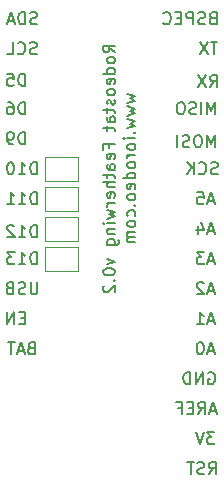
<source format=gbr>
G04 #@! TF.GenerationSoftware,KiCad,Pcbnew,5.0.2-bee76a0~70~ubuntu18.04.1*
G04 #@! TF.CreationDate,2020-04-01T17:28:38-07:00*
G04 #@! TF.ProjectId,potentiostat_featherwing,706f7465-6e74-4696-9f73-7461745f6665,rev?*
G04 #@! TF.SameCoordinates,Original*
G04 #@! TF.FileFunction,Legend,Bot*
G04 #@! TF.FilePolarity,Positive*
%FSLAX46Y46*%
G04 Gerber Fmt 4.6, Leading zero omitted, Abs format (unit mm)*
G04 Created by KiCad (PCBNEW 5.0.2-bee76a0~70~ubuntu18.04.1) date Wed 01 Apr 2020 05:28:38 PM PDT*
%MOMM*%
%LPD*%
G01*
G04 APERTURE LIST*
%ADD10C,0.203200*%
%ADD11C,0.120000*%
G04 APERTURE END LIST*
D10*
X51031019Y-34604476D02*
X50547209Y-34265809D01*
X51031019Y-34023904D02*
X50015019Y-34023904D01*
X50015019Y-34410952D01*
X50063400Y-34507714D01*
X50111780Y-34556095D01*
X50208542Y-34604476D01*
X50353685Y-34604476D01*
X50450447Y-34556095D01*
X50498828Y-34507714D01*
X50547209Y-34410952D01*
X50547209Y-34023904D01*
X51031019Y-35185047D02*
X50982638Y-35088285D01*
X50934257Y-35039904D01*
X50837495Y-34991523D01*
X50547209Y-34991523D01*
X50450447Y-35039904D01*
X50402066Y-35088285D01*
X50353685Y-35185047D01*
X50353685Y-35330190D01*
X50402066Y-35426952D01*
X50450447Y-35475333D01*
X50547209Y-35523714D01*
X50837495Y-35523714D01*
X50934257Y-35475333D01*
X50982638Y-35426952D01*
X51031019Y-35330190D01*
X51031019Y-35185047D01*
X51031019Y-36394571D02*
X50015019Y-36394571D01*
X50982638Y-36394571D02*
X51031019Y-36297809D01*
X51031019Y-36104285D01*
X50982638Y-36007523D01*
X50934257Y-35959142D01*
X50837495Y-35910761D01*
X50547209Y-35910761D01*
X50450447Y-35959142D01*
X50402066Y-36007523D01*
X50353685Y-36104285D01*
X50353685Y-36297809D01*
X50402066Y-36394571D01*
X50982638Y-37265428D02*
X51031019Y-37168666D01*
X51031019Y-36975142D01*
X50982638Y-36878380D01*
X50885876Y-36830000D01*
X50498828Y-36830000D01*
X50402066Y-36878380D01*
X50353685Y-36975142D01*
X50353685Y-37168666D01*
X50402066Y-37265428D01*
X50498828Y-37313809D01*
X50595590Y-37313809D01*
X50692352Y-36830000D01*
X51031019Y-37894380D02*
X50982638Y-37797619D01*
X50934257Y-37749238D01*
X50837495Y-37700857D01*
X50547209Y-37700857D01*
X50450447Y-37749238D01*
X50402066Y-37797619D01*
X50353685Y-37894380D01*
X50353685Y-38039523D01*
X50402066Y-38136285D01*
X50450447Y-38184666D01*
X50547209Y-38233047D01*
X50837495Y-38233047D01*
X50934257Y-38184666D01*
X50982638Y-38136285D01*
X51031019Y-38039523D01*
X51031019Y-37894380D01*
X50982638Y-38620095D02*
X51031019Y-38716857D01*
X51031019Y-38910380D01*
X50982638Y-39007142D01*
X50885876Y-39055523D01*
X50837495Y-39055523D01*
X50740733Y-39007142D01*
X50692352Y-38910380D01*
X50692352Y-38765238D01*
X50643971Y-38668476D01*
X50547209Y-38620095D01*
X50498828Y-38620095D01*
X50402066Y-38668476D01*
X50353685Y-38765238D01*
X50353685Y-38910380D01*
X50402066Y-39007142D01*
X50353685Y-39345809D02*
X50353685Y-39732857D01*
X50015019Y-39490952D02*
X50885876Y-39490952D01*
X50982638Y-39539333D01*
X51031019Y-39636095D01*
X51031019Y-39732857D01*
X51031019Y-40506952D02*
X50498828Y-40506952D01*
X50402066Y-40458571D01*
X50353685Y-40361809D01*
X50353685Y-40168285D01*
X50402066Y-40071523D01*
X50982638Y-40506952D02*
X51031019Y-40410190D01*
X51031019Y-40168285D01*
X50982638Y-40071523D01*
X50885876Y-40023142D01*
X50789114Y-40023142D01*
X50692352Y-40071523D01*
X50643971Y-40168285D01*
X50643971Y-40410190D01*
X50595590Y-40506952D01*
X50353685Y-40845619D02*
X50353685Y-41232666D01*
X50015019Y-40990761D02*
X50885876Y-40990761D01*
X50982638Y-41039142D01*
X51031019Y-41135904D01*
X51031019Y-41232666D01*
X50498828Y-42684095D02*
X50498828Y-42345428D01*
X51031019Y-42345428D02*
X50015019Y-42345428D01*
X50015019Y-42829238D01*
X50982638Y-43603333D02*
X51031019Y-43506571D01*
X51031019Y-43313047D01*
X50982638Y-43216285D01*
X50885876Y-43167904D01*
X50498828Y-43167904D01*
X50402066Y-43216285D01*
X50353685Y-43313047D01*
X50353685Y-43506571D01*
X50402066Y-43603333D01*
X50498828Y-43651714D01*
X50595590Y-43651714D01*
X50692352Y-43167904D01*
X51031019Y-44522571D02*
X50498828Y-44522571D01*
X50402066Y-44474190D01*
X50353685Y-44377428D01*
X50353685Y-44183904D01*
X50402066Y-44087142D01*
X50982638Y-44522571D02*
X51031019Y-44425809D01*
X51031019Y-44183904D01*
X50982638Y-44087142D01*
X50885876Y-44038761D01*
X50789114Y-44038761D01*
X50692352Y-44087142D01*
X50643971Y-44183904D01*
X50643971Y-44425809D01*
X50595590Y-44522571D01*
X50353685Y-44861238D02*
X50353685Y-45248285D01*
X50015019Y-45006380D02*
X50885876Y-45006380D01*
X50982638Y-45054761D01*
X51031019Y-45151523D01*
X51031019Y-45248285D01*
X51031019Y-45586952D02*
X50015019Y-45586952D01*
X51031019Y-46022380D02*
X50498828Y-46022380D01*
X50402066Y-45974000D01*
X50353685Y-45877238D01*
X50353685Y-45732095D01*
X50402066Y-45635333D01*
X50450447Y-45586952D01*
X50982638Y-46893238D02*
X51031019Y-46796476D01*
X51031019Y-46602952D01*
X50982638Y-46506190D01*
X50885876Y-46457809D01*
X50498828Y-46457809D01*
X50402066Y-46506190D01*
X50353685Y-46602952D01*
X50353685Y-46796476D01*
X50402066Y-46893238D01*
X50498828Y-46941619D01*
X50595590Y-46941619D01*
X50692352Y-46457809D01*
X51031019Y-47377047D02*
X50353685Y-47377047D01*
X50547209Y-47377047D02*
X50450447Y-47425428D01*
X50402066Y-47473809D01*
X50353685Y-47570571D01*
X50353685Y-47667333D01*
X50353685Y-47909238D02*
X51031019Y-48102761D01*
X50547209Y-48296285D01*
X51031019Y-48489809D01*
X50353685Y-48683333D01*
X51031019Y-49070380D02*
X50353685Y-49070380D01*
X50015019Y-49070380D02*
X50063400Y-49022000D01*
X50111780Y-49070380D01*
X50063400Y-49118761D01*
X50015019Y-49070380D01*
X50111780Y-49070380D01*
X50353685Y-49554190D02*
X51031019Y-49554190D01*
X50450447Y-49554190D02*
X50402066Y-49602571D01*
X50353685Y-49699333D01*
X50353685Y-49844476D01*
X50402066Y-49941238D01*
X50498828Y-49989619D01*
X51031019Y-49989619D01*
X50353685Y-50908857D02*
X51176161Y-50908857D01*
X51272923Y-50860476D01*
X51321304Y-50812095D01*
X51369685Y-50715333D01*
X51369685Y-50570190D01*
X51321304Y-50473428D01*
X50982638Y-50908857D02*
X51031019Y-50812095D01*
X51031019Y-50618571D01*
X50982638Y-50521809D01*
X50934257Y-50473428D01*
X50837495Y-50425047D01*
X50547209Y-50425047D01*
X50450447Y-50473428D01*
X50402066Y-50521809D01*
X50353685Y-50618571D01*
X50353685Y-50812095D01*
X50402066Y-50908857D01*
X50353685Y-52070000D02*
X51031019Y-52311904D01*
X50353685Y-52553809D01*
X50015019Y-53134380D02*
X50015019Y-53231142D01*
X50063400Y-53327904D01*
X50111780Y-53376285D01*
X50208542Y-53424666D01*
X50402066Y-53473047D01*
X50643971Y-53473047D01*
X50837495Y-53424666D01*
X50934257Y-53376285D01*
X50982638Y-53327904D01*
X51031019Y-53231142D01*
X51031019Y-53134380D01*
X50982638Y-53037619D01*
X50934257Y-52989238D01*
X50837495Y-52940857D01*
X50643971Y-52892476D01*
X50402066Y-52892476D01*
X50208542Y-52940857D01*
X50111780Y-52989238D01*
X50063400Y-53037619D01*
X50015019Y-53134380D01*
X50934257Y-53908476D02*
X50982638Y-53956857D01*
X51031019Y-53908476D01*
X50982638Y-53860095D01*
X50934257Y-53908476D01*
X51031019Y-53908476D01*
X50111780Y-54343904D02*
X50063400Y-54392285D01*
X50015019Y-54489047D01*
X50015019Y-54730952D01*
X50063400Y-54827714D01*
X50111780Y-54876095D01*
X50208542Y-54924476D01*
X50305304Y-54924476D01*
X50450447Y-54876095D01*
X51031019Y-54295523D01*
X51031019Y-54924476D01*
X52080885Y-38112095D02*
X52758219Y-38305619D01*
X52274409Y-38499142D01*
X52758219Y-38692666D01*
X52080885Y-38886190D01*
X52080885Y-39176476D02*
X52758219Y-39370000D01*
X52274409Y-39563523D01*
X52758219Y-39757047D01*
X52080885Y-39950571D01*
X52080885Y-40240857D02*
X52758219Y-40434380D01*
X52274409Y-40627904D01*
X52758219Y-40821428D01*
X52080885Y-41014952D01*
X52661457Y-41401999D02*
X52709838Y-41450380D01*
X52758219Y-41401999D01*
X52709838Y-41353619D01*
X52661457Y-41401999D01*
X52758219Y-41401999D01*
X52758219Y-41885809D02*
X52080885Y-41885809D01*
X51742219Y-41885809D02*
X51790600Y-41837428D01*
X51838980Y-41885809D01*
X51790600Y-41934190D01*
X51742219Y-41885809D01*
X51838980Y-41885809D01*
X52758219Y-42514761D02*
X52709838Y-42418000D01*
X52661457Y-42369619D01*
X52564695Y-42321238D01*
X52274409Y-42321238D01*
X52177647Y-42369619D01*
X52129266Y-42418000D01*
X52080885Y-42514761D01*
X52080885Y-42659904D01*
X52129266Y-42756666D01*
X52177647Y-42805047D01*
X52274409Y-42853428D01*
X52564695Y-42853428D01*
X52661457Y-42805047D01*
X52709838Y-42756666D01*
X52758219Y-42659904D01*
X52758219Y-42514761D01*
X52758219Y-43288857D02*
X52080885Y-43288857D01*
X52274409Y-43288857D02*
X52177647Y-43337238D01*
X52129266Y-43385619D01*
X52080885Y-43482380D01*
X52080885Y-43579142D01*
X52758219Y-44062952D02*
X52709838Y-43966190D01*
X52661457Y-43917809D01*
X52564695Y-43869428D01*
X52274409Y-43869428D01*
X52177647Y-43917809D01*
X52129266Y-43966190D01*
X52080885Y-44062952D01*
X52080885Y-44208095D01*
X52129266Y-44304857D01*
X52177647Y-44353238D01*
X52274409Y-44401619D01*
X52564695Y-44401619D01*
X52661457Y-44353238D01*
X52709838Y-44304857D01*
X52758219Y-44208095D01*
X52758219Y-44062952D01*
X52758219Y-45272476D02*
X51742219Y-45272476D01*
X52709838Y-45272476D02*
X52758219Y-45175714D01*
X52758219Y-44982190D01*
X52709838Y-44885428D01*
X52661457Y-44837047D01*
X52564695Y-44788666D01*
X52274409Y-44788666D01*
X52177647Y-44837047D01*
X52129266Y-44885428D01*
X52080885Y-44982190D01*
X52080885Y-45175714D01*
X52129266Y-45272476D01*
X52709838Y-46143333D02*
X52758219Y-46046571D01*
X52758219Y-45853047D01*
X52709838Y-45756285D01*
X52613076Y-45707904D01*
X52226028Y-45707904D01*
X52129266Y-45756285D01*
X52080885Y-45853047D01*
X52080885Y-46046571D01*
X52129266Y-46143333D01*
X52226028Y-46191714D01*
X52322790Y-46191714D01*
X52419552Y-45707904D01*
X52758219Y-46772285D02*
X52709838Y-46675523D01*
X52661457Y-46627142D01*
X52564695Y-46578761D01*
X52274409Y-46578761D01*
X52177647Y-46627142D01*
X52129266Y-46675523D01*
X52080885Y-46772285D01*
X52080885Y-46917428D01*
X52129266Y-47014190D01*
X52177647Y-47062571D01*
X52274409Y-47110952D01*
X52564695Y-47110952D01*
X52661457Y-47062571D01*
X52709838Y-47014190D01*
X52758219Y-46917428D01*
X52758219Y-46772285D01*
X52661457Y-47546380D02*
X52709838Y-47594761D01*
X52758219Y-47546380D01*
X52709838Y-47497999D01*
X52661457Y-47546380D01*
X52758219Y-47546380D01*
X52709838Y-48465619D02*
X52758219Y-48368857D01*
X52758219Y-48175333D01*
X52709838Y-48078571D01*
X52661457Y-48030190D01*
X52564695Y-47981809D01*
X52274409Y-47981809D01*
X52177647Y-48030190D01*
X52129266Y-48078571D01*
X52080885Y-48175333D01*
X52080885Y-48368857D01*
X52129266Y-48465619D01*
X52758219Y-49046190D02*
X52709838Y-48949428D01*
X52661457Y-48901047D01*
X52564695Y-48852666D01*
X52274409Y-48852666D01*
X52177647Y-48901047D01*
X52129266Y-48949428D01*
X52080885Y-49046190D01*
X52080885Y-49191333D01*
X52129266Y-49288095D01*
X52177647Y-49336476D01*
X52274409Y-49384857D01*
X52564695Y-49384857D01*
X52661457Y-49336476D01*
X52709838Y-49288095D01*
X52758219Y-49191333D01*
X52758219Y-49046190D01*
X52758219Y-49820285D02*
X52080885Y-49820285D01*
X52177647Y-49820285D02*
X52129266Y-49868666D01*
X52080885Y-49965428D01*
X52080885Y-50110571D01*
X52129266Y-50207333D01*
X52226028Y-50255714D01*
X52758219Y-50255714D01*
X52226028Y-50255714D02*
X52129266Y-50304095D01*
X52080885Y-50400857D01*
X52080885Y-50545999D01*
X52129266Y-50642761D01*
X52226028Y-50691142D01*
X52758219Y-50691142D01*
D11*
G04 #@! TO.C,JP1*
X47882000Y-53070000D02*
X47882000Y-51070000D01*
X45082000Y-53070000D02*
X47882000Y-53070000D01*
X45082000Y-51070000D02*
X45082000Y-53070000D01*
X47882000Y-51070000D02*
X45082000Y-51070000D01*
G04 #@! TO.C,JP2*
X47882000Y-48530000D02*
X45082000Y-48530000D01*
X45082000Y-48530000D02*
X45082000Y-50530000D01*
X45082000Y-50530000D02*
X47882000Y-50530000D01*
X47882000Y-50530000D02*
X47882000Y-48530000D01*
G04 #@! TO.C,JP3*
X47882000Y-47990000D02*
X47882000Y-45990000D01*
X45082000Y-47990000D02*
X47882000Y-47990000D01*
X45082000Y-45990000D02*
X45082000Y-47990000D01*
X47882000Y-45990000D02*
X45082000Y-45990000D01*
G04 #@! TO.C,JP4*
X47882000Y-45450000D02*
X47882000Y-43450000D01*
X45082000Y-45450000D02*
X47882000Y-45450000D01*
X45082000Y-43450000D02*
X45082000Y-45450000D01*
X47882000Y-43450000D02*
X45082000Y-43450000D01*
G04 #@! TO.C,U1*
D10*
X58976380Y-70309619D02*
X59315047Y-69825809D01*
X59556952Y-70309619D02*
X59556952Y-69293619D01*
X59169904Y-69293619D01*
X59073142Y-69342000D01*
X59024761Y-69390380D01*
X58976380Y-69487142D01*
X58976380Y-69632285D01*
X59024761Y-69729047D01*
X59073142Y-69777428D01*
X59169904Y-69825809D01*
X59556952Y-69825809D01*
X58589333Y-70261238D02*
X58444190Y-70309619D01*
X58202285Y-70309619D01*
X58105523Y-70261238D01*
X58057142Y-70212857D01*
X58008761Y-70116095D01*
X58008761Y-70019333D01*
X58057142Y-69922571D01*
X58105523Y-69874190D01*
X58202285Y-69825809D01*
X58395809Y-69777428D01*
X58492571Y-69729047D01*
X58540952Y-69680666D01*
X58589333Y-69583904D01*
X58589333Y-69487142D01*
X58540952Y-69390380D01*
X58492571Y-69342000D01*
X58395809Y-69293619D01*
X58153904Y-69293619D01*
X58008761Y-69342000D01*
X57718476Y-69293619D02*
X57137904Y-69293619D01*
X57428190Y-70309619D02*
X57428190Y-69293619D01*
X59448095Y-66753619D02*
X58819142Y-66753619D01*
X59157809Y-67140666D01*
X59012666Y-67140666D01*
X58915904Y-67189047D01*
X58867523Y-67237428D01*
X58819142Y-67334190D01*
X58819142Y-67576095D01*
X58867523Y-67672857D01*
X58915904Y-67721238D01*
X59012666Y-67769619D01*
X59302952Y-67769619D01*
X59399714Y-67721238D01*
X59448095Y-67672857D01*
X58528857Y-66753619D02*
X58190190Y-67769619D01*
X57851523Y-66753619D01*
X59556952Y-64939333D02*
X59073142Y-64939333D01*
X59653714Y-65229619D02*
X59315047Y-64213619D01*
X58976380Y-65229619D01*
X58057142Y-65229619D02*
X58395809Y-64745809D01*
X58637714Y-65229619D02*
X58637714Y-64213619D01*
X58250666Y-64213619D01*
X58153904Y-64262000D01*
X58105523Y-64310380D01*
X58057142Y-64407142D01*
X58057142Y-64552285D01*
X58105523Y-64649047D01*
X58153904Y-64697428D01*
X58250666Y-64745809D01*
X58637714Y-64745809D01*
X57621714Y-64697428D02*
X57283047Y-64697428D01*
X57137904Y-65229619D02*
X57621714Y-65229619D01*
X57621714Y-64213619D01*
X57137904Y-64213619D01*
X56363809Y-64697428D02*
X56702476Y-64697428D01*
X56702476Y-65229619D02*
X56702476Y-64213619D01*
X56218666Y-64213619D01*
X58940095Y-61722000D02*
X59036857Y-61673619D01*
X59182000Y-61673619D01*
X59327142Y-61722000D01*
X59423904Y-61818761D01*
X59472285Y-61915523D01*
X59520666Y-62109047D01*
X59520666Y-62254190D01*
X59472285Y-62447714D01*
X59423904Y-62544476D01*
X59327142Y-62641238D01*
X59182000Y-62689619D01*
X59085238Y-62689619D01*
X58940095Y-62641238D01*
X58891714Y-62592857D01*
X58891714Y-62254190D01*
X59085238Y-62254190D01*
X58456285Y-62689619D02*
X58456285Y-61673619D01*
X57875714Y-62689619D01*
X57875714Y-61673619D01*
X57391904Y-62689619D02*
X57391904Y-61673619D01*
X57150000Y-61673619D01*
X57004857Y-61722000D01*
X56908095Y-61818761D01*
X56859714Y-61915523D01*
X56811333Y-62109047D01*
X56811333Y-62254190D01*
X56859714Y-62447714D01*
X56908095Y-62544476D01*
X57004857Y-62641238D01*
X57150000Y-62689619D01*
X57391904Y-62689619D01*
X59399714Y-59859333D02*
X58915904Y-59859333D01*
X59496476Y-60149619D02*
X59157809Y-59133619D01*
X58819142Y-60149619D01*
X58286952Y-59133619D02*
X58190190Y-59133619D01*
X58093428Y-59182000D01*
X58045047Y-59230380D01*
X57996666Y-59327142D01*
X57948285Y-59520666D01*
X57948285Y-59762571D01*
X57996666Y-59956095D01*
X58045047Y-60052857D01*
X58093428Y-60101238D01*
X58190190Y-60149619D01*
X58286952Y-60149619D01*
X58383714Y-60101238D01*
X58432095Y-60052857D01*
X58480476Y-59956095D01*
X58528857Y-59762571D01*
X58528857Y-59520666D01*
X58480476Y-59327142D01*
X58432095Y-59230380D01*
X58383714Y-59182000D01*
X58286952Y-59133619D01*
X59399714Y-57319333D02*
X58915904Y-57319333D01*
X59496476Y-57609619D02*
X59157809Y-56593619D01*
X58819142Y-57609619D01*
X57948285Y-57609619D02*
X58528857Y-57609619D01*
X58238571Y-57609619D02*
X58238571Y-56593619D01*
X58335333Y-56738761D01*
X58432095Y-56835523D01*
X58528857Y-56883904D01*
X59399714Y-54779333D02*
X58915904Y-54779333D01*
X59496476Y-55069619D02*
X59157809Y-54053619D01*
X58819142Y-55069619D01*
X58528857Y-54150380D02*
X58480476Y-54102000D01*
X58383714Y-54053619D01*
X58141809Y-54053619D01*
X58045047Y-54102000D01*
X57996666Y-54150380D01*
X57948285Y-54247142D01*
X57948285Y-54343904D01*
X57996666Y-54489047D01*
X58577238Y-55069619D01*
X57948285Y-55069619D01*
X59399714Y-52239333D02*
X58915904Y-52239333D01*
X59496476Y-52529619D02*
X59157809Y-51513619D01*
X58819142Y-52529619D01*
X58577238Y-51513619D02*
X57948285Y-51513619D01*
X58286952Y-51900666D01*
X58141809Y-51900666D01*
X58045047Y-51949047D01*
X57996666Y-51997428D01*
X57948285Y-52094190D01*
X57948285Y-52336095D01*
X57996666Y-52432857D01*
X58045047Y-52481238D01*
X58141809Y-52529619D01*
X58432095Y-52529619D01*
X58528857Y-52481238D01*
X58577238Y-52432857D01*
X59399714Y-49699333D02*
X58915904Y-49699333D01*
X59496476Y-49989619D02*
X59157809Y-48973619D01*
X58819142Y-49989619D01*
X58045047Y-49312285D02*
X58045047Y-49989619D01*
X58286952Y-48925238D02*
X58528857Y-49650952D01*
X57899904Y-49650952D01*
X59399714Y-47159333D02*
X58915904Y-47159333D01*
X59496476Y-47449619D02*
X59157809Y-46433619D01*
X58819142Y-47449619D01*
X57996666Y-46433619D02*
X58480476Y-46433619D01*
X58528857Y-46917428D01*
X58480476Y-46869047D01*
X58383714Y-46820666D01*
X58141809Y-46820666D01*
X58045047Y-46869047D01*
X57996666Y-46917428D01*
X57948285Y-47014190D01*
X57948285Y-47256095D01*
X57996666Y-47352857D01*
X58045047Y-47401238D01*
X58141809Y-47449619D01*
X58383714Y-47449619D01*
X58480476Y-47401238D01*
X58528857Y-47352857D01*
X59726285Y-44861238D02*
X59581142Y-44909619D01*
X59339238Y-44909619D01*
X59242476Y-44861238D01*
X59194095Y-44812857D01*
X59145714Y-44716095D01*
X59145714Y-44619333D01*
X59194095Y-44522571D01*
X59242476Y-44474190D01*
X59339238Y-44425809D01*
X59532761Y-44377428D01*
X59629523Y-44329047D01*
X59677904Y-44280666D01*
X59726285Y-44183904D01*
X59726285Y-44087142D01*
X59677904Y-43990380D01*
X59629523Y-43942000D01*
X59532761Y-43893619D01*
X59290857Y-43893619D01*
X59145714Y-43942000D01*
X58129714Y-44812857D02*
X58178095Y-44861238D01*
X58323238Y-44909619D01*
X58420000Y-44909619D01*
X58565142Y-44861238D01*
X58661904Y-44764476D01*
X58710285Y-44667714D01*
X58758666Y-44474190D01*
X58758666Y-44329047D01*
X58710285Y-44135523D01*
X58661904Y-44038761D01*
X58565142Y-43942000D01*
X58420000Y-43893619D01*
X58323238Y-43893619D01*
X58178095Y-43942000D01*
X58129714Y-43990380D01*
X57694285Y-44909619D02*
X57694285Y-43893619D01*
X57113714Y-44909619D02*
X57549142Y-44329047D01*
X57113714Y-43893619D02*
X57694285Y-44474190D01*
X59508571Y-42623619D02*
X59508571Y-41607619D01*
X59169904Y-42333333D01*
X58831238Y-41607619D01*
X58831238Y-42623619D01*
X58153904Y-41607619D02*
X57960380Y-41607619D01*
X57863619Y-41656000D01*
X57766857Y-41752761D01*
X57718476Y-41946285D01*
X57718476Y-42284952D01*
X57766857Y-42478476D01*
X57863619Y-42575238D01*
X57960380Y-42623619D01*
X58153904Y-42623619D01*
X58250666Y-42575238D01*
X58347428Y-42478476D01*
X58395809Y-42284952D01*
X58395809Y-41946285D01*
X58347428Y-41752761D01*
X58250666Y-41656000D01*
X58153904Y-41607619D01*
X57331428Y-42575238D02*
X57186285Y-42623619D01*
X56944380Y-42623619D01*
X56847619Y-42575238D01*
X56799238Y-42526857D01*
X56750857Y-42430095D01*
X56750857Y-42333333D01*
X56799238Y-42236571D01*
X56847619Y-42188190D01*
X56944380Y-42139809D01*
X57137904Y-42091428D01*
X57234666Y-42043047D01*
X57283047Y-41994666D01*
X57331428Y-41897904D01*
X57331428Y-41801142D01*
X57283047Y-41704380D01*
X57234666Y-41656000D01*
X57137904Y-41607619D01*
X56895999Y-41607619D01*
X56750857Y-41656000D01*
X56315428Y-42623619D02*
X56315428Y-41607619D01*
X59508571Y-39829619D02*
X59508571Y-38813619D01*
X59169904Y-39539333D01*
X58831238Y-38813619D01*
X58831238Y-39829619D01*
X58347428Y-39829619D02*
X58347428Y-38813619D01*
X57911999Y-39781238D02*
X57766857Y-39829619D01*
X57524952Y-39829619D01*
X57428190Y-39781238D01*
X57379809Y-39732857D01*
X57331428Y-39636095D01*
X57331428Y-39539333D01*
X57379809Y-39442571D01*
X57428190Y-39394190D01*
X57524952Y-39345809D01*
X57718476Y-39297428D01*
X57815238Y-39249047D01*
X57863619Y-39200666D01*
X57911999Y-39103904D01*
X57911999Y-39007142D01*
X57863619Y-38910380D01*
X57815238Y-38862000D01*
X57718476Y-38813619D01*
X57476571Y-38813619D01*
X57331428Y-38862000D01*
X56702476Y-38813619D02*
X56508952Y-38813619D01*
X56412190Y-38862000D01*
X56315428Y-38958761D01*
X56267047Y-39152285D01*
X56267047Y-39490952D01*
X56315428Y-39684476D01*
X56412190Y-39781238D01*
X56508952Y-39829619D01*
X56702476Y-39829619D01*
X56799238Y-39781238D01*
X56895999Y-39684476D01*
X56944380Y-39490952D01*
X56944380Y-39152285D01*
X56895999Y-38958761D01*
X56799238Y-38862000D01*
X56702476Y-38813619D01*
X59097333Y-37543619D02*
X59436000Y-37059809D01*
X59677904Y-37543619D02*
X59677904Y-36527619D01*
X59290857Y-36527619D01*
X59194095Y-36576000D01*
X59145714Y-36624380D01*
X59097333Y-36721142D01*
X59097333Y-36866285D01*
X59145714Y-36963047D01*
X59194095Y-37011428D01*
X59290857Y-37059809D01*
X59677904Y-37059809D01*
X58758666Y-36527619D02*
X58081333Y-37543619D01*
X58081333Y-36527619D02*
X58758666Y-37543619D01*
X59702095Y-33733619D02*
X59121523Y-33733619D01*
X59411809Y-34749619D02*
X59411809Y-33733619D01*
X58879619Y-33733619D02*
X58202285Y-34749619D01*
X58202285Y-33733619D02*
X58879619Y-34749619D01*
X59290857Y-31677428D02*
X59145714Y-31725809D01*
X59097333Y-31774190D01*
X59048952Y-31870952D01*
X59048952Y-32016095D01*
X59097333Y-32112857D01*
X59145714Y-32161238D01*
X59242476Y-32209619D01*
X59629523Y-32209619D01*
X59629523Y-31193619D01*
X59290857Y-31193619D01*
X59194095Y-31242000D01*
X59145714Y-31290380D01*
X59097333Y-31387142D01*
X59097333Y-31483904D01*
X59145714Y-31580666D01*
X59194095Y-31629047D01*
X59290857Y-31677428D01*
X59629523Y-31677428D01*
X58661904Y-32161238D02*
X58516761Y-32209619D01*
X58274857Y-32209619D01*
X58178095Y-32161238D01*
X58129714Y-32112857D01*
X58081333Y-32016095D01*
X58081333Y-31919333D01*
X58129714Y-31822571D01*
X58178095Y-31774190D01*
X58274857Y-31725809D01*
X58468380Y-31677428D01*
X58565142Y-31629047D01*
X58613523Y-31580666D01*
X58661904Y-31483904D01*
X58661904Y-31387142D01*
X58613523Y-31290380D01*
X58565142Y-31242000D01*
X58468380Y-31193619D01*
X58226476Y-31193619D01*
X58081333Y-31242000D01*
X57645904Y-32209619D02*
X57645904Y-31193619D01*
X57258857Y-31193619D01*
X57162095Y-31242000D01*
X57113714Y-31290380D01*
X57065333Y-31387142D01*
X57065333Y-31532285D01*
X57113714Y-31629047D01*
X57162095Y-31677428D01*
X57258857Y-31725809D01*
X57645904Y-31725809D01*
X56629904Y-31677428D02*
X56291238Y-31677428D01*
X56146095Y-32209619D02*
X56629904Y-32209619D01*
X56629904Y-31193619D01*
X56146095Y-31193619D01*
X55130095Y-32112857D02*
X55178476Y-32161238D01*
X55323619Y-32209619D01*
X55420380Y-32209619D01*
X55565523Y-32161238D01*
X55662285Y-32064476D01*
X55710666Y-31967714D01*
X55759047Y-31774190D01*
X55759047Y-31629047D01*
X55710666Y-31435523D01*
X55662285Y-31338761D01*
X55565523Y-31242000D01*
X55420380Y-31193619D01*
X55323619Y-31193619D01*
X55178476Y-31242000D01*
X55130095Y-31290380D01*
X43929904Y-59617428D02*
X43784761Y-59665809D01*
X43736380Y-59714190D01*
X43688000Y-59810952D01*
X43688000Y-59956095D01*
X43736380Y-60052857D01*
X43784761Y-60101238D01*
X43881523Y-60149619D01*
X44268571Y-60149619D01*
X44268571Y-59133619D01*
X43929904Y-59133619D01*
X43833142Y-59182000D01*
X43784761Y-59230380D01*
X43736380Y-59327142D01*
X43736380Y-59423904D01*
X43784761Y-59520666D01*
X43833142Y-59569047D01*
X43929904Y-59617428D01*
X44268571Y-59617428D01*
X43300952Y-59859333D02*
X42817142Y-59859333D01*
X43397714Y-60149619D02*
X43059047Y-59133619D01*
X42720380Y-60149619D01*
X42526857Y-59133619D02*
X41946285Y-59133619D01*
X42236571Y-60149619D02*
X42236571Y-59133619D01*
X43421904Y-57077428D02*
X43083238Y-57077428D01*
X42938095Y-57609619D02*
X43421904Y-57609619D01*
X43421904Y-56593619D01*
X42938095Y-56593619D01*
X42502666Y-57609619D02*
X42502666Y-56593619D01*
X41922095Y-57609619D01*
X41922095Y-56593619D01*
X44462095Y-54053619D02*
X44462095Y-54876095D01*
X44413714Y-54972857D01*
X44365333Y-55021238D01*
X44268571Y-55069619D01*
X44075047Y-55069619D01*
X43978285Y-55021238D01*
X43929904Y-54972857D01*
X43881523Y-54876095D01*
X43881523Y-54053619D01*
X43446095Y-55021238D02*
X43300952Y-55069619D01*
X43059047Y-55069619D01*
X42962285Y-55021238D01*
X42913904Y-54972857D01*
X42865523Y-54876095D01*
X42865523Y-54779333D01*
X42913904Y-54682571D01*
X42962285Y-54634190D01*
X43059047Y-54585809D01*
X43252571Y-54537428D01*
X43349333Y-54489047D01*
X43397714Y-54440666D01*
X43446095Y-54343904D01*
X43446095Y-54247142D01*
X43397714Y-54150380D01*
X43349333Y-54102000D01*
X43252571Y-54053619D01*
X43010666Y-54053619D01*
X42865523Y-54102000D01*
X42091428Y-54537428D02*
X41946285Y-54585809D01*
X41897904Y-54634190D01*
X41849523Y-54730952D01*
X41849523Y-54876095D01*
X41897904Y-54972857D01*
X41946285Y-55021238D01*
X42043047Y-55069619D01*
X42430095Y-55069619D01*
X42430095Y-54053619D01*
X42091428Y-54053619D01*
X41994666Y-54102000D01*
X41946285Y-54150380D01*
X41897904Y-54247142D01*
X41897904Y-54343904D01*
X41946285Y-54440666D01*
X41994666Y-54489047D01*
X42091428Y-54537428D01*
X42430095Y-54537428D01*
X44413714Y-52529619D02*
X44413714Y-51513619D01*
X44171809Y-51513619D01*
X44026666Y-51562000D01*
X43929904Y-51658761D01*
X43881523Y-51755523D01*
X43833142Y-51949047D01*
X43833142Y-52094190D01*
X43881523Y-52287714D01*
X43929904Y-52384476D01*
X44026666Y-52481238D01*
X44171809Y-52529619D01*
X44413714Y-52529619D01*
X42865523Y-52529619D02*
X43446095Y-52529619D01*
X43155809Y-52529619D02*
X43155809Y-51513619D01*
X43252571Y-51658761D01*
X43349333Y-51755523D01*
X43446095Y-51803904D01*
X42526857Y-51513619D02*
X41897904Y-51513619D01*
X42236571Y-51900666D01*
X42091428Y-51900666D01*
X41994666Y-51949047D01*
X41946285Y-51997428D01*
X41897904Y-52094190D01*
X41897904Y-52336095D01*
X41946285Y-52432857D01*
X41994666Y-52481238D01*
X42091428Y-52529619D01*
X42381714Y-52529619D01*
X42478476Y-52481238D01*
X42526857Y-52432857D01*
X44413714Y-50243619D02*
X44413714Y-49227619D01*
X44171809Y-49227619D01*
X44026666Y-49276000D01*
X43929904Y-49372761D01*
X43881523Y-49469523D01*
X43833142Y-49663047D01*
X43833142Y-49808190D01*
X43881523Y-50001714D01*
X43929904Y-50098476D01*
X44026666Y-50195238D01*
X44171809Y-50243619D01*
X44413714Y-50243619D01*
X42865523Y-50243619D02*
X43446095Y-50243619D01*
X43155809Y-50243619D02*
X43155809Y-49227619D01*
X43252571Y-49372761D01*
X43349333Y-49469523D01*
X43446095Y-49517904D01*
X42478476Y-49324380D02*
X42430095Y-49276000D01*
X42333333Y-49227619D01*
X42091428Y-49227619D01*
X41994666Y-49276000D01*
X41946285Y-49324380D01*
X41897904Y-49421142D01*
X41897904Y-49517904D01*
X41946285Y-49663047D01*
X42526857Y-50243619D01*
X41897904Y-50243619D01*
X44413714Y-47449619D02*
X44413714Y-46433619D01*
X44171809Y-46433619D01*
X44026666Y-46482000D01*
X43929904Y-46578761D01*
X43881523Y-46675523D01*
X43833142Y-46869047D01*
X43833142Y-47014190D01*
X43881523Y-47207714D01*
X43929904Y-47304476D01*
X44026666Y-47401238D01*
X44171809Y-47449619D01*
X44413714Y-47449619D01*
X42865523Y-47449619D02*
X43446095Y-47449619D01*
X43155809Y-47449619D02*
X43155809Y-46433619D01*
X43252571Y-46578761D01*
X43349333Y-46675523D01*
X43446095Y-46723904D01*
X41897904Y-47449619D02*
X42478476Y-47449619D01*
X42188190Y-47449619D02*
X42188190Y-46433619D01*
X42284952Y-46578761D01*
X42381714Y-46675523D01*
X42478476Y-46723904D01*
X44413714Y-44909619D02*
X44413714Y-43893619D01*
X44171809Y-43893619D01*
X44026666Y-43942000D01*
X43929904Y-44038761D01*
X43881523Y-44135523D01*
X43833142Y-44329047D01*
X43833142Y-44474190D01*
X43881523Y-44667714D01*
X43929904Y-44764476D01*
X44026666Y-44861238D01*
X44171809Y-44909619D01*
X44413714Y-44909619D01*
X42865523Y-44909619D02*
X43446095Y-44909619D01*
X43155809Y-44909619D02*
X43155809Y-43893619D01*
X43252571Y-44038761D01*
X43349333Y-44135523D01*
X43446095Y-44183904D01*
X42236571Y-43893619D02*
X42139809Y-43893619D01*
X42043047Y-43942000D01*
X41994666Y-43990380D01*
X41946285Y-44087142D01*
X41897904Y-44280666D01*
X41897904Y-44522571D01*
X41946285Y-44716095D01*
X41994666Y-44812857D01*
X42043047Y-44861238D01*
X42139809Y-44909619D01*
X42236571Y-44909619D01*
X42333333Y-44861238D01*
X42381714Y-44812857D01*
X42430095Y-44716095D01*
X42478476Y-44522571D01*
X42478476Y-44280666D01*
X42430095Y-44087142D01*
X42381714Y-43990380D01*
X42333333Y-43942000D01*
X42236571Y-43893619D01*
X43421904Y-42369619D02*
X43421904Y-41353619D01*
X43180000Y-41353619D01*
X43034857Y-41402000D01*
X42938095Y-41498761D01*
X42889714Y-41595523D01*
X42841333Y-41789047D01*
X42841333Y-41934190D01*
X42889714Y-42127714D01*
X42938095Y-42224476D01*
X43034857Y-42321238D01*
X43180000Y-42369619D01*
X43421904Y-42369619D01*
X42357523Y-42369619D02*
X42164000Y-42369619D01*
X42067238Y-42321238D01*
X42018857Y-42272857D01*
X41922095Y-42127714D01*
X41873714Y-41934190D01*
X41873714Y-41547142D01*
X41922095Y-41450380D01*
X41970476Y-41402000D01*
X42067238Y-41353619D01*
X42260761Y-41353619D01*
X42357523Y-41402000D01*
X42405904Y-41450380D01*
X42454285Y-41547142D01*
X42454285Y-41789047D01*
X42405904Y-41885809D01*
X42357523Y-41934190D01*
X42260761Y-41982571D01*
X42067238Y-41982571D01*
X41970476Y-41934190D01*
X41922095Y-41885809D01*
X41873714Y-41789047D01*
X43421904Y-39829619D02*
X43421904Y-38813619D01*
X43180000Y-38813619D01*
X43034857Y-38862000D01*
X42938095Y-38958761D01*
X42889714Y-39055523D01*
X42841333Y-39249047D01*
X42841333Y-39394190D01*
X42889714Y-39587714D01*
X42938095Y-39684476D01*
X43034857Y-39781238D01*
X43180000Y-39829619D01*
X43421904Y-39829619D01*
X41970476Y-38813619D02*
X42164000Y-38813619D01*
X42260761Y-38862000D01*
X42309142Y-38910380D01*
X42405904Y-39055523D01*
X42454285Y-39249047D01*
X42454285Y-39636095D01*
X42405904Y-39732857D01*
X42357523Y-39781238D01*
X42260761Y-39829619D01*
X42067238Y-39829619D01*
X41970476Y-39781238D01*
X41922095Y-39732857D01*
X41873714Y-39636095D01*
X41873714Y-39394190D01*
X41922095Y-39297428D01*
X41970476Y-39249047D01*
X42067238Y-39200666D01*
X42260761Y-39200666D01*
X42357523Y-39249047D01*
X42405904Y-39297428D01*
X42454285Y-39394190D01*
X43421904Y-37416619D02*
X43421904Y-36400619D01*
X43180000Y-36400619D01*
X43034857Y-36449000D01*
X42938095Y-36545761D01*
X42889714Y-36642523D01*
X42841333Y-36836047D01*
X42841333Y-36981190D01*
X42889714Y-37174714D01*
X42938095Y-37271476D01*
X43034857Y-37368238D01*
X43180000Y-37416619D01*
X43421904Y-37416619D01*
X41922095Y-36400619D02*
X42405904Y-36400619D01*
X42454285Y-36884428D01*
X42405904Y-36836047D01*
X42309142Y-36787666D01*
X42067238Y-36787666D01*
X41970476Y-36836047D01*
X41922095Y-36884428D01*
X41873714Y-36981190D01*
X41873714Y-37223095D01*
X41922095Y-37319857D01*
X41970476Y-37368238D01*
X42067238Y-37416619D01*
X42309142Y-37416619D01*
X42405904Y-37368238D01*
X42454285Y-37319857D01*
X44389523Y-34701238D02*
X44244380Y-34749619D01*
X44002476Y-34749619D01*
X43905714Y-34701238D01*
X43857333Y-34652857D01*
X43808952Y-34556095D01*
X43808952Y-34459333D01*
X43857333Y-34362571D01*
X43905714Y-34314190D01*
X44002476Y-34265809D01*
X44196000Y-34217428D01*
X44292761Y-34169047D01*
X44341142Y-34120666D01*
X44389523Y-34023904D01*
X44389523Y-33927142D01*
X44341142Y-33830380D01*
X44292761Y-33782000D01*
X44196000Y-33733619D01*
X43954095Y-33733619D01*
X43808952Y-33782000D01*
X42792952Y-34652857D02*
X42841333Y-34701238D01*
X42986476Y-34749619D01*
X43083238Y-34749619D01*
X43228380Y-34701238D01*
X43325142Y-34604476D01*
X43373523Y-34507714D01*
X43421904Y-34314190D01*
X43421904Y-34169047D01*
X43373523Y-33975523D01*
X43325142Y-33878761D01*
X43228380Y-33782000D01*
X43083238Y-33733619D01*
X42986476Y-33733619D01*
X42841333Y-33782000D01*
X42792952Y-33830380D01*
X41873714Y-34749619D02*
X42357523Y-34749619D01*
X42357523Y-33733619D01*
X44413714Y-32161238D02*
X44268571Y-32209619D01*
X44026666Y-32209619D01*
X43929904Y-32161238D01*
X43881523Y-32112857D01*
X43833142Y-32016095D01*
X43833142Y-31919333D01*
X43881523Y-31822571D01*
X43929904Y-31774190D01*
X44026666Y-31725809D01*
X44220190Y-31677428D01*
X44316952Y-31629047D01*
X44365333Y-31580666D01*
X44413714Y-31483904D01*
X44413714Y-31387142D01*
X44365333Y-31290380D01*
X44316952Y-31242000D01*
X44220190Y-31193619D01*
X43978285Y-31193619D01*
X43833142Y-31242000D01*
X43397714Y-32209619D02*
X43397714Y-31193619D01*
X43155809Y-31193619D01*
X43010666Y-31242000D01*
X42913904Y-31338761D01*
X42865523Y-31435523D01*
X42817142Y-31629047D01*
X42817142Y-31774190D01*
X42865523Y-31967714D01*
X42913904Y-32064476D01*
X43010666Y-32161238D01*
X43155809Y-32209619D01*
X43397714Y-32209619D01*
X42430095Y-31919333D02*
X41946285Y-31919333D01*
X42526857Y-32209619D02*
X42188190Y-31193619D01*
X41849523Y-32209619D01*
G04 #@! TD*
M02*

</source>
